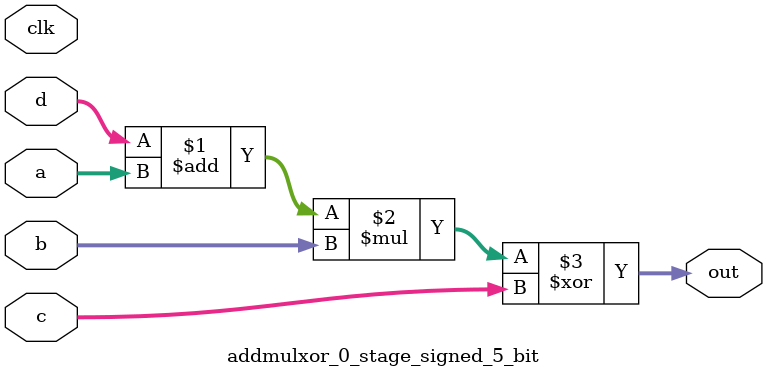
<source format=sv>
(* use_dsp = "yes" *) module addmulxor_0_stage_signed_5_bit(
	input signed [4:0] a,
	input signed [4:0] b,
	input signed [4:0] c,
	input signed [4:0] d,
	output [4:0] out,
	input clk);

	assign out = ((d + a) * b) ^ c;
endmodule

</source>
